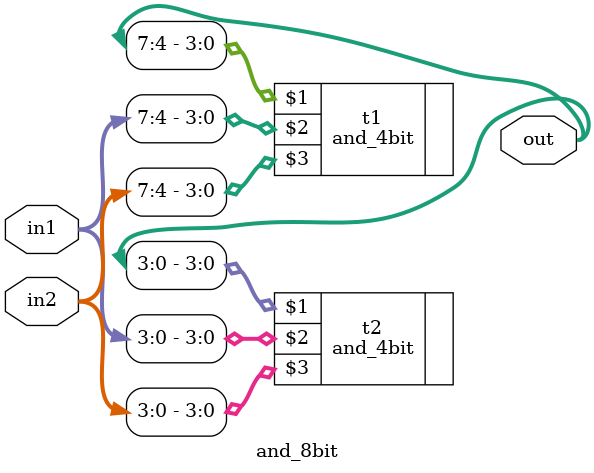
<source format=v>
module and_8bit(out,in1,in2);
input [7:0] in1, in2;
output [7:0] out;

and_4bit t1(out[7:4], in1[7:4], in2[7:4]);
and_4bit	t2(out[3:0], in1[3:0], in2[3:0]);
			
endmodule
</source>
